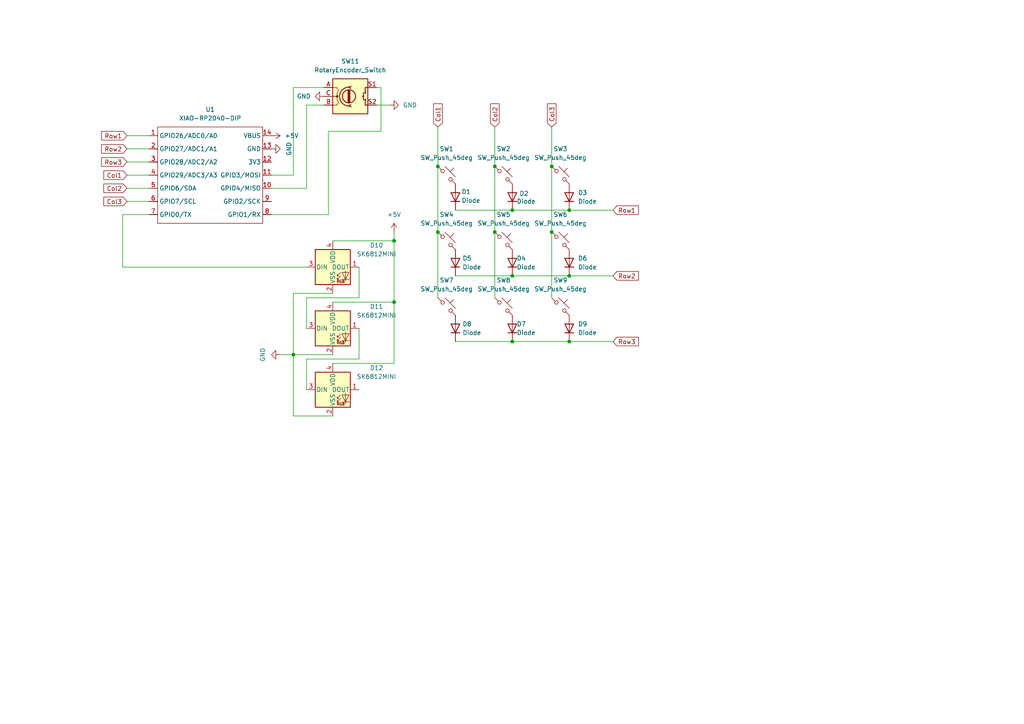
<source format=kicad_sch>
(kicad_sch (version 20231120) (generator "eeschema") (generator_version "8.0")
  (paper "A4")
  (lib_symbols
    (symbol "Device:D" (pin_numbers hide) (pin_names (offset 1.016) hide)
      (property "Reference" "D" (at 0 2.54 0))
      (property "Value" "D" (at 0 -2.54 0))
      (symbol "D_0_1"
        (polyline (pts (xy -1.27 1.27) (xy -1.27 -1.27)) (stroke (width 0.254)))
        (polyline (pts (xy 1.27 0) (xy -1.27 0)))
        (polyline (pts (xy 1.27 1.27) (xy 1.27 -1.27) (xy -1.27 0) (xy 1.27 1.27)) (stroke (width 0.254)))
      )
      (symbol "D_1_1"
        (pin passive line (at -3.81 0 0) (length 2.54) (name "K") (number "1"))
        (pin passive line (at 3.81 0 180) (length 2.54) (name "A") (number "2"))
      )
    )
    (symbol "Device:RotaryEncoder_Switch" (pin_names (offset 0.254) hide)
      (property "Reference" "SW" (at 0 6.604 0))
      (property "Value" "RotaryEncoder_Switch" (at 0 -6.604 0))
      (symbol "RotaryEncoder_Switch_0_1"
        (rectangle (start -5.08 5.08) (end 5.08 -5.08) (stroke (width 0.254)) (fill (type background)))
        (circle (center -3.81 0) (radius 0.254) (fill (type outline)))
        (circle (center -0.381 0) (radius 1.905) (stroke (width 0.254)))
        (arc (start -0.381 2.667) (mid -3.0988 -0.0635) (end -0.381 -2.794) (stroke (width 0.254)))
        (polyline (pts (xy -0.635 -1.778) (xy -0.635 1.778)) (stroke (width 0.254)))
        (polyline (pts (xy -0.381 -1.778) (xy -0.381 1.778)) (stroke (width 0.254)))
        (polyline (pts (xy -0.127 1.778) (xy -0.127 -1.778)) (stroke (width 0.254)))
        (polyline (pts (xy 3.81 0) (xy 3.429 0)) (stroke (width 0.254)))
        (polyline (pts (xy 3.81 1.016) (xy 3.81 -1.016)) (stroke (width 0.254)))
        (polyline (pts (xy -5.08 -2.54) (xy -3.81 -2.54) (xy -3.81 -2.032)))
        (polyline (pts (xy -5.08 2.54) (xy -3.81 2.54) (xy -3.81 2.032)))
        (polyline (pts (xy 0.254 -3.048) (xy -0.508 -2.794) (xy 0.127 -2.413)) (stroke (width 0.254)))
        (polyline (pts (xy 0.254 2.921) (xy -0.508 2.667) (xy 0.127 2.286)) (stroke (width 0.254)))
        (polyline (pts (xy 5.08 -2.54) (xy 4.318 -2.54) (xy 4.318 -1.016)) (stroke (width 0.254)))
        (polyline (pts (xy 5.08 2.54) (xy 4.318 2.54) (xy 4.318 1.016)) (stroke (width 0.254)))
        (polyline (pts (xy -5.08 0) (xy -3.81 0) (xy -3.81 -1.016) (xy -3.302 -2.032)))
        (polyline (pts (xy -4.318 0) (xy -3.81 0) (xy -3.81 1.016) (xy -3.302 2.032)))
        (circle (center 4.318 -1.016) (radius 0.127) (stroke (width 0.254)))
        (circle (center 4.318 1.016) (radius 0.127) (stroke (width 0.254)))
      )
      (symbol "RotaryEncoder_Switch_1_1"
        (pin passive line (at -7.62 2.54 0) (length 2.54) (name "A") (number "A"))
        (pin passive line (at -7.62 -2.54 0) (length 2.54) (name "B") (number "B"))
        (pin passive line (at -7.62 0 0) (length 2.54) (name "C") (number "C"))
        (pin passive line (at 7.62 2.54 180) (length 2.54) (name "S1") (number "S1"))
        (pin passive line (at 7.62 -2.54 180) (length 2.54) (name "S2") (number "S2"))
      )
    )
    (symbol "LED:SK6812MINI" (pin_names (offset 0.254))
      (property "Reference" "D" (at 5.08 5.715 0))
      (property "Value" "SK6812MINI" (at 1.27 -5.715 0))
      (symbol "SK6812MINI_0_0"
        (text "RGB" (at 2.286 -4.191 0) (effects (font (size 0.762 0.762))))
      )
      (symbol "SK6812MINI_0_1"
        (polyline (pts (xy 1.27 -3.556) (xy 1.778 -3.556)))
        (polyline (pts (xy 1.27 -2.54) (xy 1.778 -2.54)))
        (polyline (pts (xy 4.699 -3.556) (xy 2.667 -3.556)))
        (polyline (pts (xy 2.286 -2.54) (xy 1.27 -3.556) (xy 1.27 -3.048)))
        (polyline (pts (xy 2.286 -1.524) (xy 1.27 -2.54) (xy 1.27 -2.032)))
        (polyline (pts (xy 3.683 -1.016) (xy 3.683 -3.556) (xy 3.683 -4.064)))
        (polyline (pts (xy 4.699 -1.524) (xy 2.667 -1.524) (xy 3.683 -3.556) (xy 4.699 -1.524)))
        (rectangle (start 5.08 5.08) (end -5.08 -5.08) (stroke (width 0.254)) (fill (type background)))
      )
      (symbol "SK6812MINI_1_1"
        (pin output line (at 7.62 0 180) (length 2.54) (name "DOUT") (number "1"))
        (pin power_in line (at 0 -7.62 90) (length 2.54) (name "VSS") (number "2"))
        (pin input line (at -7.62 0 0) (length 2.54) (name "DIN") (number "3"))
        (pin power_in line (at 0 7.62 270) (length 2.54) (name "VDD") (number "4"))
      )
    )
    (symbol "OPL:XIAO-RP2040-DIP"
      (property "Reference" "U" (at 0 0 0))
      (property "Value" "XIAO-RP2040-DIP" (at 5.334 -1.778 0))
      (symbol "XIAO-RP2040-DIP_1_0"
        (polyline (pts (xy -1.27 -30.48) (xy -1.27 -16.51)) (stroke (width 0.1524)))
        (polyline (pts (xy -1.27 -27.94) (xy -2.54 -27.94)) (stroke (width 0.1524)))
        (polyline (pts (xy -1.27 -24.13) (xy -2.54 -24.13)) (stroke (width 0.1524)))
        (polyline (pts (xy -1.27 -20.32) (xy -2.54 -20.32)) (stroke (width 0.1524)))
        (polyline (pts (xy -1.27 -16.51) (xy -2.54 -16.51)) (stroke (width 0.1524)))
        (polyline (pts (xy -1.27 -16.51) (xy -1.27 -12.7)) (stroke (width 0.1524)))
        (polyline (pts (xy -1.27 -12.7) (xy -2.54 -12.7)) (stroke (width 0.1524)))
        (polyline (pts (xy -1.27 -12.7) (xy -1.27 -8.89)) (stroke (width 0.1524)))
        (polyline (pts (xy -1.27 -8.89) (xy -2.54 -8.89)) (stroke (width 0.1524)))
        (polyline (pts (xy -1.27 -8.89) (xy -1.27 -5.08)) (stroke (width 0.1524)))
        (polyline (pts (xy -1.27 -5.08) (xy -2.54 -5.08)) (stroke (width 0.1524)))
        (polyline (pts (xy -1.27 -5.08) (xy -1.27 -2.54)) (stroke (width 0.1524)))
        (polyline (pts (xy -1.27 -2.54) (xy 29.21 -2.54)) (stroke (width 0.1524)))
        (polyline (pts (xy 29.21 -30.48) (xy -1.27 -30.48)) (stroke (width 0.1524)))
        (polyline (pts (xy 29.21 -12.7) (xy 29.21 -30.48)) (stroke (width 0.1524)))
        (polyline (pts (xy 29.21 -8.89) (xy 29.21 -12.7)) (stroke (width 0.1524)))
        (polyline (pts (xy 29.21 -5.08) (xy 29.21 -8.89)) (stroke (width 0.1524)))
        (polyline (pts (xy 29.21 -2.54) (xy 29.21 -5.08)) (stroke (width 0.1524)))
        (polyline (pts (xy 30.48 -27.94) (xy 29.21 -27.94)) (stroke (width 0.1524)))
        (polyline (pts (xy 30.48 -24.13) (xy 29.21 -24.13)) (stroke (width 0.1524)))
        (polyline (pts (xy 30.48 -20.32) (xy 29.21 -20.32)) (stroke (width 0.1524)))
        (polyline (pts (xy 30.48 -16.51) (xy 29.21 -16.51)) (stroke (width 0.1524)))
        (polyline (pts (xy 30.48 -12.7) (xy 29.21 -12.7)) (stroke (width 0.1524)))
        (polyline (pts (xy 30.48 -8.89) (xy 29.21 -8.89)) (stroke (width 0.1524)))
        (polyline (pts (xy 30.48 -5.08) (xy 29.21 -5.08)) (stroke (width 0.1524)))
        (pin passive line (at -3.81 -5.08 0) (length 2.54) (name "GPIO26/ADC0/A0") (number "1"))
        (pin passive line (at 31.75 -20.32 180) (length 2.54) (name "GPIO4/MISO") (number "10"))
        (pin passive line (at 31.75 -16.51 180) (length 2.54) (name "GPIO3/MOSI") (number "11"))
        (pin passive line (at 31.75 -12.7 180) (length 2.54) (name "3V3") (number "12"))
        (pin passive line (at 31.75 -8.89 180) (length 2.54) (name "GND") (number "13"))
        (pin passive line (at 31.75 -5.08 180) (length 2.54) (name "VBUS") (number "14"))
        (pin passive line (at -3.81 -8.89 0) (length 2.54) (name "GPIO27/ADC1/A1") (number "2"))
        (pin passive line (at -3.81 -12.7 0) (length 2.54) (name "GPIO28/ADC2/A2") (number "3"))
        (pin passive line (at -3.81 -16.51 0) (length 2.54) (name "GPIO29/ADC3/A3") (number "4"))
        (pin passive line (at -3.81 -20.32 0) (length 2.54) (name "GPIO6/SDA") (number "5"))
        (pin passive line (at -3.81 -24.13 0) (length 2.54) (name "GPIO7/SCL") (number "6"))
        (pin passive line (at -3.81 -27.94 0) (length 2.54) (name "GPIO0/TX") (number "7"))
        (pin passive line (at 31.75 -27.94 180) (length 2.54) (name "GPIO1/RX") (number "8"))
        (pin passive line (at 31.75 -24.13 180) (length 2.54) (name "GPIO2/SCK") (number "9"))
      )
    )
    (symbol "Switch:SW_Push_45deg" (pin_numbers hide) (pin_names (offset 1.016) hide)
      (property "Reference" "SW" (at 3.048 1.016 0))
      (property "Value" "SW_Push_45deg" (at 0 -3.81 0))
      (symbol "SW_Push_45deg_0_1"
        (circle (center -1.1684 1.1684) (radius 0.508))
        (polyline (pts (xy -0.508 2.54) (xy 2.54 -0.508)))
        (polyline (pts (xy 1.016 1.016) (xy 2.032 2.032)))
        (polyline (pts (xy -2.54 2.54) (xy -1.524 1.524) (xy -1.524 1.524)))
        (polyline (pts (xy 1.524 -1.524) (xy 2.54 -2.54) (xy 2.54 -2.54) (xy 2.54 -2.54)))
        (circle (center 1.143 -1.1938) (radius 0.508))
        (pin passive line (at -2.54 2.54 0) (length 0) (name "1") (number "1"))
        (pin passive line (at 2.54 -2.54 180) (length 0) (name "2") (number "2"))
      )
    )
    (symbol "power:+5V" (power) (pin_numbers hide) (pin_names (offset 0) hide)
      (property "Value" "+5V" (at 0 3.556 0))
      (symbol "+5V_0_1"
        (polyline (pts (xy -0.762 1.27) (xy 0 2.54)))
        (polyline (pts (xy 0 0) (xy 0 2.54)))
        (polyline (pts (xy 0 2.54) (xy 0.762 1.27)))
      )
      (symbol "+5V_1_1"
        (pin power_in line (at 0 0 90) (length 0) (name "~") (number "1"))
      )
    )
    (symbol "power:GND" (power) (pin_numbers hide) (pin_names (offset 0) hide)
      (property "Value" "GND" (at 0 -3.81 0))
      (symbol "GND_0_1"
        (polyline (pts (xy 0 0) (xy 0 -1.27) (xy 1.27 -1.27) (xy 0 -2.54) (xy -1.27 -1.27) (xy 0 -1.27)))
      )
      (symbol "GND_1_1"
        (pin power_in line (at 0 0 270) (length 0) (name "~") (number "1"))
      )
    )
  )
  (junction (at 160.02 48.26))
  (junction (at 127 67.31))
  (junction (at 148.59 60.96))
  (junction (at 127 48.26))
  (junction (at 165.1 60.96))
  (junction (at 165.1 99.06))
  (junction (at 148.59 99.06))
  (junction (at 160.02 67.31))
  (junction (at 85.09 102.87))
  (junction (at 114.3 69.85))
  (junction (at 148.59 80.01))
  (junction (at 143.51 67.31))
  (junction (at 114.3 87.63))
  (junction (at 165.1 80.01))
  (junction (at 143.51 48.26))
  (wire (pts (xy 132.08 60.96) (xy 148.59 60.96)))
  (wire (pts (xy 110.49 25.4) (xy 110.49 38.1)))
  (wire (pts (xy 160.02 67.31) (xy 160.02 86.36)))
  (wire (pts (xy 36.83 43.18) (xy 43.18 43.18)))
  (wire (pts (xy 148.59 99.06) (xy 165.1 99.06)))
  (wire (pts (xy 88.9 86.36) (xy 88.9 95.25)))
  (wire (pts (xy 85.09 50.8) (xy 78.74 50.8)))
  (wire (pts (xy 93.98 25.4) (xy 85.09 25.4)))
  (wire (pts (xy 132.08 99.06) (xy 148.59 99.06)))
  (wire (pts (xy 109.22 25.4) (xy 110.49 25.4)))
  (wire (pts (xy 104.14 95.25) (xy 104.14 104.14)))
  (wire (pts (xy 148.59 80.01) (xy 165.1 80.01)))
  (wire (pts (xy 36.83 46.99) (xy 43.18 46.99)))
  (wire (pts (xy 95.25 62.23) (xy 78.74 62.23)))
  (wire (pts (xy 114.3 69.85) (xy 114.3 87.63)))
  (wire (pts (xy 110.49 38.1) (xy 95.25 38.1)))
  (wire (pts (xy 36.83 39.37) (xy 43.18 39.37)))
  (wire (pts (xy 36.83 50.8) (xy 43.18 50.8)))
  (wire (pts (xy 109.22 30.48) (xy 113.03 30.48)))
  (wire (pts (xy 143.51 36.83) (xy 143.51 48.26)))
  (wire (pts (xy 96.52 87.63) (xy 114.3 87.63)))
  (wire (pts (xy 143.51 67.31) (xy 143.51 86.36)))
  (wire (pts (xy 96.52 69.85) (xy 114.3 69.85)))
  (wire (pts (xy 88.9 104.14) (xy 88.9 113.03)))
  (wire (pts (xy 160.02 48.26) (xy 160.02 67.31)))
  (wire (pts (xy 165.1 99.06) (xy 177.8 99.06)))
  (wire (pts (xy 104.14 77.47) (xy 104.14 86.36)))
  (wire (pts (xy 96.52 105.41) (xy 114.3 105.41)))
  (wire (pts (xy 35.56 77.47) (xy 35.56 62.23)))
  (wire (pts (xy 88.9 30.48) (xy 88.9 54.61)))
  (wire (pts (xy 85.09 25.4) (xy 85.09 50.8)))
  (wire (pts (xy 148.59 60.96) (xy 165.1 60.96)))
  (wire (pts (xy 132.08 80.01) (xy 148.59 80.01)))
  (wire (pts (xy 81.28 102.87) (xy 85.09 102.87)))
  (wire (pts (xy 104.14 104.14) (xy 88.9 104.14)))
  (wire (pts (xy 35.56 62.23) (xy 43.18 62.23)))
  (wire (pts (xy 88.9 54.61) (xy 78.74 54.61)))
  (wire (pts (xy 95.25 38.1) (xy 95.25 62.23)))
  (wire (pts (xy 36.83 54.61) (xy 43.18 54.61)))
  (wire (pts (xy 114.3 67.31) (xy 114.3 69.85)))
  (wire (pts (xy 160.02 36.83) (xy 160.02 48.26)))
  (wire (pts (xy 143.51 48.26) (xy 143.51 67.31)))
  (wire (pts (xy 96.52 120.65) (xy 85.09 120.65)))
  (wire (pts (xy 127 36.83) (xy 127 48.26)))
  (wire (pts (xy 88.9 77.47) (xy 35.56 77.47)))
  (wire (pts (xy 127 48.26) (xy 127 67.31)))
  (wire (pts (xy 104.14 86.36) (xy 88.9 86.36)))
  (wire (pts (xy 127 67.31) (xy 127 86.36)))
  (wire (pts (xy 85.09 102.87) (xy 85.09 120.65)))
  (wire (pts (xy 85.09 85.09) (xy 96.52 85.09)))
  (wire (pts (xy 85.09 102.87) (xy 96.52 102.87)))
  (wire (pts (xy 93.98 30.48) (xy 88.9 30.48)))
  (wire (pts (xy 165.1 80.01) (xy 177.8 80.01)))
  (wire (pts (xy 114.3 87.63) (xy 114.3 105.41)))
  (wire (pts (xy 165.1 60.96) (xy 177.8 60.96)))
  (wire (pts (xy 36.83 58.42) (xy 43.18 58.42)))
  (wire (pts (xy 85.09 85.09) (xy 85.09 102.87)))
  (global_label "Row2" (shape input) (at 177.8 80.01 0) (property "Intersheetrefs" "${INTERSHEET_REFS}" (effects (hide yes))))
  (global_label "Col3" (shape input) (at 160.02 36.83 90) (property "Intersheetrefs" "${INTERSHEET_REFS}" (effects (hide yes))))
  (global_label "Row3" (shape input) (at 177.8 99.06 0) (property "Intersheetrefs" "${INTERSHEET_REFS}" (effects (hide yes))))
  (global_label "Row1" (shape input) (at 36.83 39.37 180) (property "Intersheetrefs" "${INTERSHEET_REFS}" (effects (hide yes))))
  (global_label "Row2" (shape input) (at 36.83 43.18 180) (property "Intersheetrefs" "${INTERSHEET_REFS}" (effects (hide yes))))
  (global_label "Col2" (shape input) (at 36.83 54.61 180) (property "Intersheetrefs" "${INTERSHEET_REFS}" (effects (hide yes))))
  (global_label "Col1" (shape input) (at 127 36.83 90) (property "Intersheetrefs" "${INTERSHEET_REFS}" (effects (hide yes))))
  (global_label "Col2" (shape input) (at 143.51 36.83 90) (property "Intersheetrefs" "${INTERSHEET_REFS}" (effects (hide yes))))
  (global_label "Col1" (shape input) (at 36.83 50.8 180) (property "Intersheetrefs" "${INTERSHEET_REFS}" (effects (hide yes))))
  (global_label "Row3" (shape input) (at 36.83 46.99 180) (property "Intersheetrefs" "${INTERSHEET_REFS}" (effects (hide yes))))
  (global_label "Col3" (shape input) (at 36.83 58.42 180) (property "Intersheetrefs" "${INTERSHEET_REFS}" (effects (hide yes))))
  (global_label "Row1" (shape input) (at 177.8 60.96 0) (property "Intersheetrefs" "${INTERSHEET_REFS}" (effects (hide yes))))
  (symbol (lib_id "Device:D") (at 148.59 57.15 90) (unit 1)
    (property "Reference" "D2" (at 150.622 56.134 90) (effects (justify right)))
    (property "Value" "Diode" (at 133.858 58.166 90) (effects (justify right)))
    (property "Footprint" "Diode:Diode_DO-35" (effects (hide yes)))
    (property "Description" "Diode" (effects (hide yes)))
    (property "Sim.Device" "D" (effects (hide yes)))
    (property "Sim.Pins" "1=K 2=A" (effects (hide yes)))
  )
  (symbol (lib_id "Switch:SW_Push_45deg") (at 146.05 50.8 0) (unit 1)
    (property "Reference" "SW2" (at 146.05 43.18 0))
    (property "Value" "SW_Push_45deg" (at 146.05 45.72 0))
    (property "Footprint" "Button_Switch_Keyboard:SW_Cherry_MX_1.00u_PCB" (effects (hide yes)))
    (property "Description" "Push button switch, normally open, two pins, 45° tilted" (effects (hide yes)))
  )
  (symbol (lib_id "LED:SK6812MINI") (at 96.52 113.03 0) (unit 1)
    (property "Reference" "D12" (at 109.22 106.7114 0))
    (property "Value" "SK6812MINI" (at 109.22 109.2514 0))
    (property "Footprint" "LED_SMD:LED_SK6812MINI_PLCC4_3.5x3.5mm_P1.75mm" (effects (hide yes)))
    (property "Datasheet" "https://cdn-shop.adafruit.com/product-files/2686/SK6812MINI_REV.01-1-2.pdf" (effects (hide yes)))
    (property "Description" "RGB LED with integrated controller" (effects (hide yes)))
  )
  (symbol (lib_id "power:GND") (at 113.03 30.48 90) (mirror x) (unit 1)
    (property "Reference" "#PWR06" (effects (hide yes)))
    (property "Value" "GND" (at 116.84 30.4799 90) (effects (justify right)))
    (property "Description" "Power symbol creates a global label with name \"GND\" , ground" (effects (hide yes)))
  )
  (symbol (lib_id "power:+5V") (at 114.3 67.31 0) (unit 1)
    (property "Reference" "#PWR05" (effects (hide yes)))
    (property "Value" "+5V" (at 114.3 62.23 0))
    (property "Description" "Power symbol creates a global label with name \"+5V\"" (effects (hide yes)))
  )
  (symbol (lib_id "Device:RotaryEncoder_Switch") (at 101.6 27.94 0) (unit 1)
    (property "Reference" "SW11" (at 101.6 17.78 0))
    (property "Value" "RotaryEncoder_Switch" (at 101.6 20.32 0))
    (property "Footprint" "RotaryEncoder:RotaryEncoder_Alps_EC11E-Switch_Vertical_H20mm_CircularMountingHoles" (effects (hide yes)))
    (property "Description" "Rotary encoder, dual channel, incremental quadrate outputs, with switch" (effects (hide yes)))
  )
  (symbol (lib_id "Switch:SW_Push_45deg") (at 146.05 69.85 0) (unit 1)
    (property "Reference" "SW5" (at 146.05 62.23 0))
    (property "Value" "SW_Push_45deg" (at 146.05 64.77 0))
    (property "Footprint" "Button_Switch_Keyboard:SW_Cherry_MX_1.00u_PCB" (effects (hide yes)))
    (property "Description" "Push button switch, normally open, two pins, 45° tilted" (effects (hide yes)))
  )
  (symbol (lib_id "Device:D") (at 165.1 76.2 90) (unit 1)
    (property "Reference" "D6" (at 167.64 74.9299 90) (effects (justify right)))
    (property "Value" "Diode" (at 167.64 77.4699 90) (effects (justify right)))
    (property "Footprint" "Diode:Diode_DO-35" (effects (hide yes)))
    (property "Description" "Diode" (effects (hide yes)))
    (property "Sim.Device" "D" (effects (hide yes)))
    (property "Sim.Pins" "1=K 2=A" (effects (hide yes)))
  )
  (symbol (lib_id "Device:D") (at 165.1 95.25 90) (unit 1)
    (property "Reference" "D9" (at 167.64 93.9799 90) (effects (justify right)))
    (property "Value" "Diode" (at 167.64 96.5199 90) (effects (justify right)))
    (property "Footprint" "Diode:Diode_DO-35" (effects (hide yes)))
    (property "Description" "Diode" (effects (hide yes)))
    (property "Sim.Device" "D" (effects (hide yes)))
    (property "Sim.Pins" "1=K 2=A" (effects (hide yes)))
  )
  (symbol (lib_id "Switch:SW_Push_45deg") (at 162.56 69.85 0) (unit 1)
    (property "Reference" "SW6" (at 162.56 62.23 0))
    (property "Value" "SW_Push_45deg" (at 162.56 64.77 0))
    (property "Footprint" "Button_Switch_Keyboard:SW_Cherry_MX_1.00u_PCB" (effects (hide yes)))
    (property "Description" "Push button switch, normally open, two pins, 45° tilted" (effects (hide yes)))
  )
  (symbol (lib_id "Device:D") (at 165.1 57.15 90) (unit 1)
    (property "Reference" "D3" (at 167.64 55.8799 90) (effects (justify right)))
    (property "Value" "Diode" (at 167.64 58.4199 90) (effects (justify right)))
    (property "Footprint" "Diode:Diode_DO-35" (effects (hide yes)))
    (property "Description" "Diode" (effects (hide yes)))
    (property "Sim.Device" "D" (effects (hide yes)))
    (property "Sim.Pins" "1=K 2=A" (effects (hide yes)))
  )
  (symbol (lib_id "Switch:SW_Push_45deg") (at 129.54 50.8 0) (unit 1)
    (property "Reference" "SW1" (at 129.54 43.18 0))
    (property "Value" "SW_Push_45deg" (at 129.54 45.72 0))
    (property "Footprint" "Button_Switch_Keyboard:SW_Cherry_MX_1.00u_PCB" (effects (hide yes)))
    (property "Description" "Push button switch, normally open, two pins, 45° tilted" (effects (hide yes)))
  )
  (symbol (lib_id "Device:D") (at 148.59 95.25 90) (unit 1)
    (property "Reference" "D8" (at 134.112 93.98 90) (effects (justify right)))
    (property "Value" "Diode" (at 134.112 96.52 90) (effects (justify right)))
    (property "Footprint" "Diode:Diode_DO-35" (effects (hide yes)))
    (property "Description" "Diode" (effects (hide yes)))
    (property "Sim.Device" "D" (effects (hide yes)))
    (property "Sim.Pins" "1=K 2=A" (effects (hide yes)))
  )
  (symbol (lib_id "Switch:SW_Push_45deg") (at 129.54 88.9 0) (unit 1)
    (property "Reference" "SW7" (at 129.54 81.28 0))
    (property "Value" "SW_Push_45deg" (at 129.54 83.82 0))
    (property "Footprint" "Button_Switch_Keyboard:SW_Cherry_MX_1.00u_PCB" (effects (hide yes)))
    (property "Description" "Push button switch, normally open, two pins, 45° tilted" (effects (hide yes)))
  )
  (symbol (lib_id "LED:SK6812MINI") (at 96.52 77.47 0) (unit 1)
    (property "Reference" "D10" (at 109.22 71.1514 0))
    (property "Value" "SK6812MINI" (at 109.22 73.6914 0))
    (property "Footprint" "LED_SMD:LED_SK6812MINI_PLCC4_3.5x3.5mm_P1.75mm" (effects (hide yes)))
    (property "Datasheet" "https://cdn-shop.adafruit.com/product-files/2686/SK6812MINI_REV.01-1-2.pdf" (effects (hide yes)))
    (property "Description" "RGB LED with integrated controller" (effects (hide yes)))
  )
  (symbol (lib_id "Device:D") (at 132.08 95.25 90) (unit 1)
    (property "Reference" "D7" (at 149.86 93.9799 90) (effects (justify right)))
    (property "Value" "Diode" (at 149.86 96.5199 90) (effects (justify right)))
    (property "Footprint" "Diode:Diode_DO-35" (effects (hide yes)))
    (property "Description" "Diode" (effects (hide yes)))
    (property "Sim.Device" "D" (effects (hide yes)))
    (property "Sim.Pins" "1=K 2=A" (effects (hide yes)))
  )
  (symbol (lib_id "Switch:SW_Push_45deg") (at 146.05 88.9 0) (unit 1)
    (property "Reference" "SW8" (at 146.05 81.28 0))
    (property "Value" "SW_Push_45deg" (at 146.05 83.82 0))
    (property "Footprint" "Button_Switch_Keyboard:SW_Cherry_MX_1.00u_PCB" (effects (hide yes)))
    (property "Description" "Push button switch, normally open, two pins, 45° tilted" (effects (hide yes)))
  )
  (symbol (lib_id "Device:D") (at 132.08 76.2 90) (unit 1)
    (property "Reference" "D4" (at 149.86 74.9299 90) (effects (justify right)))
    (property "Value" "Diode" (at 149.86 77.4699 90) (effects (justify right)))
    (property "Footprint" "Diode:Diode_DO-35" (effects (hide yes)))
    (property "Description" "Diode" (effects (hide yes)))
    (property "Sim.Device" "D" (effects (hide yes)))
    (property "Sim.Pins" "1=K 2=A" (effects (hide yes)))
  )
  (symbol (lib_id "Device:D") (at 132.08 57.15 90) (unit 1)
    (property "Reference" "D1" (at 133.858 55.626 90) (effects (justify right)))
    (property "Value" "Diode" (at 149.86 58.4199 90) (effects (justify right)))
    (property "Footprint" "Diode:Diode_DO-35" (effects (hide yes)))
    (property "Description" "Diode" (effects (hide yes)))
    (property "Sim.Device" "D" (effects (hide yes)))
    (property "Sim.Pins" "1=K 2=A" (effects (hide yes)))
  )
  (symbol (lib_id "Device:D") (at 148.59 76.2 90) (unit 1)
    (property "Reference" "D5" (at 134.112 74.93 90) (effects (justify right)))
    (property "Value" "Diode" (at 134.112 77.47 90) (effects (justify right)))
    (property "Footprint" "Diode:Diode_DO-35" (effects (hide yes)))
    (property "Description" "Diode" (effects (hide yes)))
    (property "Sim.Device" "D" (effects (hide yes)))
    (property "Sim.Pins" "1=K 2=A" (effects (hide yes)))
  )
  (symbol (lib_id "LED:SK6812MINI") (at 96.52 95.25 0) (unit 1)
    (property "Reference" "D11" (at 109.22 88.9314 0))
    (property "Value" "SK6812MINI" (at 109.22 91.4714 0))
    (property "Footprint" "LED_SMD:LED_SK6812MINI_PLCC4_3.5x3.5mm_P1.75mm" (effects (hide yes)))
    (property "Datasheet" "https://cdn-shop.adafruit.com/product-files/2686/SK6812MINI_REV.01-1-2.pdf" (effects (hide yes)))
    (property "Description" "RGB LED with integrated controller" (effects (hide yes)))
  )
  (symbol (lib_id "Switch:SW_Push_45deg") (at 162.56 88.9 0) (unit 1)
    (property "Reference" "SW9" (at 162.56 81.28 0))
    (property "Value" "SW_Push_45deg" (at 162.56 83.82 0))
    (property "Footprint" "Button_Switch_Keyboard:SW_Cherry_MX_1.00u_PCB" (effects (hide yes)))
    (property "Description" "Push button switch, normally open, two pins, 45° tilted" (effects (hide yes)))
  )
  (symbol (lib_id "Switch:SW_Push_45deg") (at 162.56 50.8 0) (unit 1)
    (property "Reference" "SW3" (at 162.56 43.18 0))
    (property "Value" "SW_Push_45deg" (at 162.56 45.72 0))
    (property "Footprint" "Button_Switch_Keyboard:SW_Cherry_MX_1.00u_PCB" (effects (hide yes)))
    (property "Description" "Push button switch, normally open, two pins, 45° tilted" (effects (hide yes)))
  )
  (symbol (lib_id "OPL:XIAO-RP2040-DIP") (at 46.99 34.29 0) (unit 1)
    (property "Reference" "U1" (at 60.96 31.75 0))
    (property "Value" "XIAO-RP2040-DIP" (at 60.96 34.29 0))
    (property "Footprint" "OPL:XIAO-RP2040-DIP" (effects (hide yes)))
  )
  (symbol (lib_id "power:+5V") (at 78.74 39.37 270) (unit 1)
    (property "Reference" "#PWR03" (effects (hide yes)))
    (property "Value" "+5V" (at 82.55 39.3699 90) (effects (justify left)))
    (property "Description" "Power symbol creates a global label with name \"+5V\"" (effects (hide yes)))
  )
  (symbol (lib_id "Switch:SW_Push_45deg") (at 129.54 69.85 0) (unit 1)
    (property "Reference" "SW4" (at 129.54 62.23 0))
    (property "Value" "SW_Push_45deg" (at 129.54 64.77 0))
    (property "Footprint" "Button_Switch_Keyboard:SW_Cherry_MX_1.00u_PCB" (effects (hide yes)))
    (property "Description" "Push button switch, normally open, two pins, 45° tilted" (effects (hide yes)))
  )
  (symbol (lib_id "power:GND") (at 93.98 27.94 270) (unit 1)
    (property "Reference" "#PWR01" (effects (hide yes)))
    (property "Value" "GND" (at 90.17 27.9399 90) (effects (justify right)))
    (property "Description" "Power symbol creates a global label with name \"GND\" , ground" (effects (hide yes)))
  )
  (symbol (lib_id "power:GND") (at 78.74 43.18 90) (mirror x) (unit 1)
    (property "Reference" "#PWR02" (effects (hide yes)))
    (property "Value" "GND" (at 83.82 43.18 0))
    (property "Description" "Power symbol creates a global label with name \"GND\" , ground" (effects (hide yes)))
  )
  (symbol (lib_id "power:GND") (at 81.28 102.87 270) (mirror x) (unit 1)
    (property "Reference" "#PWR04" (effects (hide yes)))
    (property "Value" "GND" (at 76.2 102.87 0))
    (property "Description" "Power symbol creates a global label with name \"GND\" , ground" (effects (hide yes)))
  )
)
</source>
